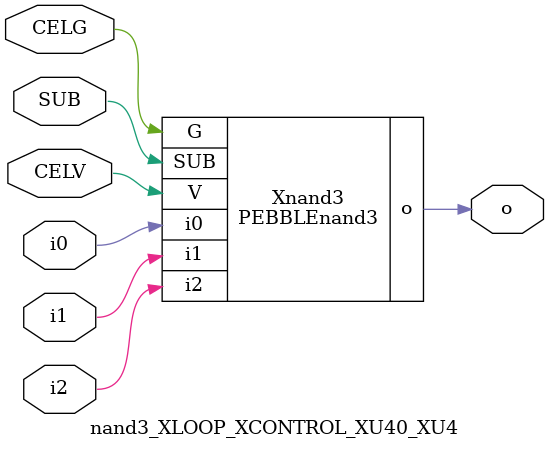
<source format=v>



module PEBBLEnand3 ( o, G, SUB, V, i0, i1, i2 );

  input i0;
  input V;
  input i2;
  input i1;
  input G;
  output o;
  input SUB;
endmodule

//Celera Confidential Do Not Copy nand3_XLOOP_XCONTROL_XU40_XU4
//Celera Confidential Symbol Generator
//5V Inverter
module nand3_XLOOP_XCONTROL_XU40_XU4 (CELV,CELG,i0,i1,i2,o,SUB);
input CELV;
input CELG;
input i0;
input i1;
input i2;
input SUB;
output o;

//Celera Confidential Do Not Copy nand3
PEBBLEnand3 Xnand3(
.V (CELV),
.i0 (i0),
.i1 (i1),
.i2 (i2),
.o (o),
.SUB (SUB),
.G (CELG)
);
//,diesize,PEBBLEnand3

//Celera Confidential Do Not Copy Module End
//Celera Schematic Generator
endmodule

</source>
